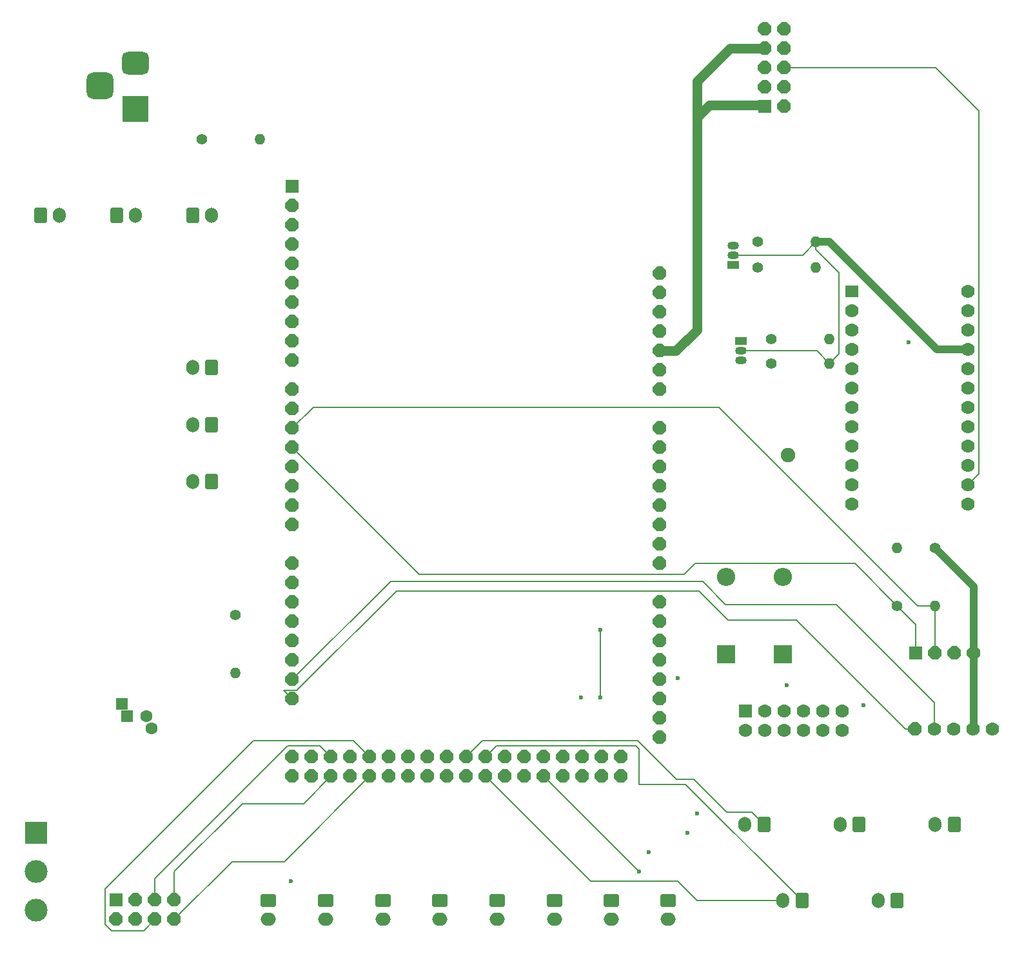
<source format=gbr>
%TF.GenerationSoftware,KiCad,Pcbnew,8.0.6*%
%TF.CreationDate,2025-05-19T18:35:20-06:00*%
%TF.ProjectId,main V5,6d61696e-2056-4352-9e6b-696361645f70,rev?*%
%TF.SameCoordinates,Original*%
%TF.FileFunction,Copper,L4,Bot*%
%TF.FilePolarity,Positive*%
%FSLAX46Y46*%
G04 Gerber Fmt 4.6, Leading zero omitted, Abs format (unit mm)*
G04 Created by KiCad (PCBNEW 8.0.6) date 2025-05-19 18:35:20*
%MOMM*%
%LPD*%
G01*
G04 APERTURE LIST*
G04 Aperture macros list*
%AMRoundRect*
0 Rectangle with rounded corners*
0 $1 Rounding radius*
0 $2 $3 $4 $5 $6 $7 $8 $9 X,Y pos of 4 corners*
0 Add a 4 corners polygon primitive as box body*
4,1,4,$2,$3,$4,$5,$6,$7,$8,$9,$2,$3,0*
0 Add four circle primitives for the rounded corners*
1,1,$1+$1,$2,$3*
1,1,$1+$1,$4,$5*
1,1,$1+$1,$6,$7*
1,1,$1+$1,$8,$9*
0 Add four rect primitives between the rounded corners*
20,1,$1+$1,$2,$3,$4,$5,0*
20,1,$1+$1,$4,$5,$6,$7,0*
20,1,$1+$1,$6,$7,$8,$9,0*
20,1,$1+$1,$8,$9,$2,$3,0*%
%AMOutline5P*
0 Free polygon, 5 corners , with rotation*
0 The origin of the aperture is its center*
0 number of corners: always 5*
0 $1 to $10 corner X, Y*
0 $11 Rotation angle, in degrees counterclockwise*
0 create outline with 5 corners*
4,1,5,$1,$2,$3,$4,$5,$6,$7,$8,$9,$10,$1,$2,$11*%
%AMOutline6P*
0 Free polygon, 6 corners , with rotation*
0 The origin of the aperture is its center*
0 number of corners: always 6*
0 $1 to $12 corner X, Y*
0 $13 Rotation angle, in degrees counterclockwise*
0 create outline with 6 corners*
4,1,6,$1,$2,$3,$4,$5,$6,$7,$8,$9,$10,$11,$12,$1,$2,$13*%
%AMOutline7P*
0 Free polygon, 7 corners , with rotation*
0 The origin of the aperture is its center*
0 number of corners: always 7*
0 $1 to $14 corner X, Y*
0 $15 Rotation angle, in degrees counterclockwise*
0 create outline with 7 corners*
4,1,7,$1,$2,$3,$4,$5,$6,$7,$8,$9,$10,$11,$12,$13,$14,$1,$2,$15*%
%AMOutline8P*
0 Free polygon, 8 corners , with rotation*
0 The origin of the aperture is its center*
0 number of corners: always 8*
0 $1 to $16 corner X, Y*
0 $17 Rotation angle, in degrees counterclockwise*
0 create outline with 8 corners*
4,1,8,$1,$2,$3,$4,$5,$6,$7,$8,$9,$10,$11,$12,$13,$14,$15,$16,$1,$2,$17*%
G04 Aperture macros list end*
%TA.AperFunction,ComponentPad*%
%ADD10C,1.400000*%
%TD*%
%TA.AperFunction,ComponentPad*%
%ADD11O,1.400000X1.400000*%
%TD*%
%TA.AperFunction,ComponentPad*%
%ADD12R,1.778000X1.778000*%
%TD*%
%TA.AperFunction,ComponentPad*%
%ADD13Outline8P,-0.889000X0.368236X-0.368236X0.889000X0.368236X0.889000X0.889000X0.368236X0.889000X-0.368236X0.368236X-0.889000X-0.368236X-0.889000X-0.889000X-0.368236X0.000000*%
%TD*%
%TA.AperFunction,ComponentPad*%
%ADD14R,3.500000X3.500000*%
%TD*%
%TA.AperFunction,ComponentPad*%
%ADD15RoundRect,0.750000X-1.000000X0.750000X-1.000000X-0.750000X1.000000X-0.750000X1.000000X0.750000X0*%
%TD*%
%TA.AperFunction,ComponentPad*%
%ADD16RoundRect,0.875000X-0.875000X0.875000X-0.875000X-0.875000X0.875000X-0.875000X0.875000X0.875000X0*%
%TD*%
%TA.AperFunction,ComponentPad*%
%ADD17RoundRect,0.250000X-0.750000X0.600000X-0.750000X-0.600000X0.750000X-0.600000X0.750000X0.600000X0*%
%TD*%
%TA.AperFunction,ComponentPad*%
%ADD18O,2.000000X1.700000*%
%TD*%
%TA.AperFunction,ComponentPad*%
%ADD19RoundRect,0.250000X-0.600000X-0.750000X0.600000X-0.750000X0.600000X0.750000X-0.600000X0.750000X0*%
%TD*%
%TA.AperFunction,ComponentPad*%
%ADD20O,1.700000X2.000000*%
%TD*%
%TA.AperFunction,ComponentPad*%
%ADD21RoundRect,0.250000X0.600000X0.750000X-0.600000X0.750000X-0.600000X-0.750000X0.600000X-0.750000X0*%
%TD*%
%TA.AperFunction,ComponentPad*%
%ADD22Outline8P,-0.889000X0.368236X-0.368236X0.889000X0.368236X0.889000X0.889000X0.368236X0.889000X-0.368236X0.368236X-0.889000X-0.368236X-0.889000X-0.889000X-0.368236X90.000000*%
%TD*%
%TA.AperFunction,ComponentPad*%
%ADD23R,2.400000X2.400000*%
%TD*%
%TA.AperFunction,ComponentPad*%
%ADD24O,2.400000X2.400000*%
%TD*%
%TA.AperFunction,ComponentPad*%
%ADD25C,1.778000*%
%TD*%
%TA.AperFunction,ComponentPad*%
%ADD26R,1.500000X1.050000*%
%TD*%
%TA.AperFunction,ComponentPad*%
%ADD27O,1.500000X1.050000*%
%TD*%
%TA.AperFunction,ComponentPad*%
%ADD28R,3.000000X3.000000*%
%TD*%
%TA.AperFunction,ComponentPad*%
%ADD29C,3.000000*%
%TD*%
%TA.AperFunction,ComponentPad*%
%ADD30Outline8P,-0.889000X0.368236X-0.368236X0.889000X0.368236X0.889000X0.889000X0.368236X0.889000X-0.368236X0.368236X-0.889000X-0.368236X-0.889000X-0.889000X-0.368236X180.000000*%
%TD*%
%TA.AperFunction,ComponentPad*%
%ADD31C,1.905000*%
%TD*%
%TA.AperFunction,ComponentPad*%
%ADD32R,1.600000X1.600000*%
%TD*%
%TA.AperFunction,ComponentPad*%
%ADD33C,1.600000*%
%TD*%
%TA.AperFunction,ComponentPad*%
%ADD34R,1.778000X1.524000*%
%TD*%
%TA.AperFunction,ViaPad*%
%ADD35C,0.600000*%
%TD*%
%TA.AperFunction,Conductor*%
%ADD36C,1.000000*%
%TD*%
%TA.AperFunction,Conductor*%
%ADD37C,1.016000*%
%TD*%
%TA.AperFunction,Conductor*%
%ADD38C,0.635000*%
%TD*%
%TA.AperFunction,Conductor*%
%ADD39C,1.270000*%
%TD*%
%TA.AperFunction,Conductor*%
%ADD40C,0.200000*%
%TD*%
G04 APERTURE END LIST*
D10*
%TO.P,R7,1*%
%TO.N,/RX_OUT*%
X164200000Y-71000000D03*
D11*
%TO.P,R7,2*%
%TO.N,+3.3V*%
X171820000Y-71000000D03*
%TD*%
D12*
%TO.P,U$2,CLK,CLK*%
%TO.N,Net-(R2-Pad1)*%
X184960000Y-125000000D03*
D13*
%TO.P,U$2,DIO,DIO*%
%TO.N,Net-(R3-Pad2)*%
X187500000Y-125000000D03*
%TO.P,U$2,GND,GND*%
%TO.N,GND*%
X190040000Y-125000000D03*
%TO.P,U$2,VCC,VCC*%
%TO.N,/5V*%
X192580000Y-125000000D03*
%TD*%
D10*
%TO.P,Neopixel Resistor1,1,1*%
%TO.N,Net-(JP7-B)*%
X95600000Y-119990000D03*
D11*
%TO.P,Neopixel Resistor1,2,2*%
%TO.N,Net-(JP7-A)*%
X95600000Y-127610000D03*
%TD*%
D14*
%TO.P,J1,1,1*%
%TO.N,/RAW_IN*%
X82500000Y-53500000D03*
D15*
%TO.P,J1,2,2*%
%TO.N,GND*%
X82500000Y-47500000D03*
D16*
%TO.P,J1,3,3*%
X77800000Y-50500000D03*
%TD*%
D17*
%TO.P,SW6,1,S*%
%TO.N,Net-(SW6A-S)*%
X137500000Y-157500000D03*
D18*
%TO.P,SW6,2,S*%
%TO.N,GND*%
X137500000Y-160000000D03*
%TD*%
D17*
%TO.P,SW4,1,S*%
%TO.N,Net-(SW4A-S)*%
X122450000Y-157500000D03*
D18*
%TO.P,SW4,2,S*%
%TO.N,GND*%
X122450000Y-160000000D03*
%TD*%
D17*
%TO.P,SW1,1,S*%
%TO.N,Net-(SW1A-S)*%
X99950000Y-157500000D03*
D18*
%TO.P,SW1,2,S*%
%TO.N,GND*%
X99950000Y-160000000D03*
%TD*%
D10*
%TO.P,R2,1,1*%
%TO.N,Net-(R2-Pad1)*%
X182500000Y-118810000D03*
D11*
%TO.P,R2,2,2*%
%TO.N,/5V*%
X182500000Y-111190000D03*
%TD*%
D19*
%TO.P,POWER_LED0,1,S*%
%TO.N,/5V*%
X90000000Y-67500000D03*
D20*
%TO.P,POWER_LED0,2,S*%
%TO.N,Net-(POWER_LED0B-S)*%
X92500000Y-67500000D03*
%TD*%
D10*
%TO.P,R6,1*%
%TO.N,/RX_5V*%
X164190000Y-74400000D03*
D11*
%TO.P,R6,2*%
%TO.N,/5V*%
X171810000Y-74400000D03*
%TD*%
D21*
%TO.P,JACK_CON3,1,S*%
%TO.N,Net-(JACK_CON3A-S)*%
X177500000Y-147500000D03*
D20*
%TO.P,JACK_CON3,2,S*%
%TO.N,Net-(JACK_CON3B-S)*%
X175000000Y-147500000D03*
%TD*%
D21*
%TO.P,JACK_CON1,1,S*%
%TO.N,Net-(JACK_CON1A-S)*%
X165000000Y-147500000D03*
D20*
%TO.P,JACK_CON1,2,S*%
%TO.N,Net-(JACK_CON1B-S)*%
X162500000Y-147500000D03*
%TD*%
D21*
%TO.P,SECTION_2_BUTTON0,1,KL*%
%TO.N,Net-(SECTION_2_BUTTON0A-KL)*%
X92500000Y-95000000D03*
D20*
%TO.P,SECTION_2_BUTTON0,2,KL*%
%TO.N,GND*%
X90000000Y-95000000D03*
%TD*%
D17*
%TO.P,SW5,1,S*%
%TO.N,Net-(SW5A-S)*%
X129950000Y-157500000D03*
D18*
%TO.P,SW5,2,S*%
%TO.N,GND*%
X129950000Y-160000000D03*
%TD*%
D19*
%TO.P,RESET0,1,S*%
%TO.N,/RESET*%
X80000000Y-67500000D03*
D20*
%TO.P,RESET0,2,S*%
%TO.N,GND*%
X82500000Y-67500000D03*
%TD*%
D10*
%TO.P,R4,1*%
%TO.N,/TX_5V*%
X165990000Y-83800000D03*
D11*
%TO.P,R4,2*%
%TO.N,/5V*%
X173610000Y-83800000D03*
%TD*%
D19*
%TO.P,PWR_IN0,1,S*%
%TO.N,/RAW_IN*%
X70000000Y-67500000D03*
D20*
%TO.P,PWR_IN0,2,S*%
%TO.N,/5V*%
X72500000Y-67500000D03*
%TD*%
D22*
%TO.P,11,3V3,3V3*%
%TO.N,unconnected-(11-Pad3V3)*%
X167670000Y-43053000D03*
%TO.P,11,5V,5V*%
%TO.N,+3.3V*%
X165130000Y-43053000D03*
D12*
%TO.P,11,GND@1,GND*%
%TO.N,GND*%
X165130000Y-53213000D03*
D22*
%TO.P,11,GND@2,GND*%
X165130000Y-45593000D03*
%TO.P,11,INT,INT*%
%TO.N,unconnected-(11-PadINT)*%
X165130000Y-50673000D03*
%TO.P,11,MISO,MISO*%
%TO.N,Net-(U1-12)*%
X167670000Y-45593000D03*
%TO.P,11,MOSI,MOSI*%
%TO.N,Net-(U1-11)*%
X167670000Y-48133000D03*
%TO.P,11,RST,RST*%
%TO.N,/RESET*%
X165130000Y-48133000D03*
%TO.P,11,SCLK,SCLK*%
%TO.N,Net-(U1-13)*%
X167670000Y-53213000D03*
%TO.P,11,SCS,SCS*%
%TO.N,Net-(U1-10)*%
X167670000Y-50673000D03*
%TD*%
D23*
%TO.P,D2,1,K*%
%TO.N,Net-(D2-K)*%
X160000000Y-125160000D03*
D24*
%TO.P,D2,2,A*%
%TO.N,/3V3*%
X160000000Y-115000000D03*
%TD*%
D17*
%TO.P,SW3,1,S*%
%TO.N,Net-(SW3A-S)*%
X114950000Y-157500000D03*
D18*
%TO.P,SW3,2,S*%
%TO.N,GND*%
X114950000Y-160000000D03*
%TD*%
D21*
%TO.P,JACK_CON5,1,S*%
%TO.N,Net-(JACK_CON5A-S)*%
X190000000Y-147500000D03*
D20*
%TO.P,JACK_CON5,2,S*%
%TO.N,Net-(JACK_CON5B-S)*%
X187500000Y-147500000D03*
%TD*%
D17*
%TO.P,SW2,1,S*%
%TO.N,Net-(SW2A-S)*%
X107450000Y-157500000D03*
D18*
%TO.P,SW2,2,S*%
%TO.N,GND*%
X107450000Y-160000000D03*
%TD*%
D12*
%TO.P,C1,3V3,3V3*%
%TO.N,Net-(D2-K)*%
X162560000Y-132588000D03*
D25*
%TO.P,C1,5V,5V*%
%TO.N,Net-(D1-K)*%
X165100000Y-132588000D03*
%TO.P,C1,GND,GND*%
%TO.N,GND*%
X167640000Y-132588000D03*
%TO.P,C1,MISO,MISO*%
%TO.N,/MISO*%
X172720000Y-135128000D03*
%TO.P,C1,MOSI,MOSI*%
%TO.N,/MOSI*%
X172720000Y-132588000D03*
%TO.P,C1,RST,Reset*%
%TO.N,/RESET*%
X175260000Y-132588000D03*
%TO.P,C1,SCK,SCK*%
%TO.N,/SCK*%
X170180000Y-132588000D03*
%TO.P,C1,SD_CS,SD_CS*%
%TO.N,/D48*%
X170180000Y-135128000D03*
%TO.P,C1,SPKR,SPKR*%
%TO.N,/D2*%
X162560000Y-135128000D03*
%TO.P,C1,TFT_CS,TFT_CS*%
%TO.N,/D53*%
X167640000Y-135128000D03*
%TO.P,C1,TFT_DC,TFT_DC*%
%TO.N,Net-(C1-PadTFT_DC)*%
X165100000Y-135128000D03*
%TO.P,C1,T_CS,Touch_CS*%
%TO.N,/Touch_CS*%
X175260000Y-135128000D03*
%TD*%
D10*
%TO.P,R1,1,1*%
%TO.N,Net-(POWER_LED0B-S)*%
X91190000Y-57500000D03*
D11*
%TO.P,R1,2,2*%
%TO.N,GND*%
X98810000Y-57500000D03*
%TD*%
D17*
%TO.P,SW8,1,S*%
%TO.N,Net-(SW8A-S)*%
X152450000Y-157500000D03*
D18*
%TO.P,SW8,2,S*%
%TO.N,GND*%
X152450000Y-160000000D03*
%TD*%
D12*
%TO.P,U$4,P1,P1*%
%TO.N,Net-(U$1-PadD22)*%
X79960000Y-157460000D03*
D13*
%TO.P,U$4,P2,P2*%
%TO.N,Net-(U$1-PadD23)*%
X82500000Y-157460000D03*
%TO.P,U$4,P3,P3*%
%TO.N,Net-(U$1-PadD24)*%
X85040000Y-157460000D03*
%TO.P,U$4,P4,P4*%
%TO.N,Net-(U$1-PadD25)*%
X87580000Y-157460000D03*
%TO.P,U$4,PA,PA*%
%TO.N,Net-(U$1-PadD26)*%
X79960000Y-160000000D03*
%TO.P,U$4,PB,PB*%
%TO.N,Net-(U$1-PadD27)*%
X82500000Y-160000000D03*
%TO.P,U$4,PC,PC*%
%TO.N,Net-(U$1-PadD28)*%
X85040000Y-160000000D03*
%TO.P,U$4,PD,PD*%
%TO.N,/D29*%
X87580000Y-160000000D03*
%TD*%
D26*
%TO.P,Q2,1,D*%
%TO.N,/RX_5V*%
X161000000Y-74000000D03*
D27*
%TO.P,Q2,2,G*%
%TO.N,+3.3V*%
X161000000Y-72730000D03*
%TO.P,Q2,3,S*%
%TO.N,/RX_OUT*%
X161000000Y-71460000D03*
%TD*%
D17*
%TO.P,SW7,1,S*%
%TO.N,Net-(SW7A-S)*%
X144950000Y-157500000D03*
D18*
%TO.P,SW7,2,S*%
%TO.N,GND*%
X144950000Y-160000000D03*
%TD*%
D28*
%TO.P,X1,1,KL*%
%TO.N,/5V*%
X69400000Y-148590000D03*
D29*
%TO.P,X1,2,KL*%
%TO.N,Net-(JP7-A)*%
X69400000Y-153670000D03*
%TO.P,X1,3,KL*%
%TO.N,GND*%
X69400000Y-158750000D03*
%TD*%
D30*
%TO.P,U$1,3V3,3V3*%
%TO.N,/3V3*%
X151328500Y-80210000D03*
%TO.P,U$1,5V@1,5V*%
%TO.N,Net-(U$1-5V-Pad5V@1)*%
X151328500Y-82750000D03*
%TO.P,U$1,5V@2,5V*%
X103068500Y-138630000D03*
%TO.P,U$1,5V@3,5V*%
X103068500Y-141170000D03*
%TO.P,U$1,A0,A0*%
%TO.N,unconnected-(U$1-PadA0)*%
X151328500Y-95450000D03*
%TO.P,U$1,A1,A1*%
%TO.N,/Touch_CS*%
X151328500Y-97990000D03*
%TO.P,U$1,A2,A2*%
%TO.N,Net-(U2-T_IRQ)*%
X151328500Y-100530000D03*
%TO.P,U$1,A3,A3*%
%TO.N,unconnected-(U$1-PadA3)*%
X151328500Y-103070000D03*
%TO.P,U$1,A4,A4*%
%TO.N,unconnected-(U$1-PadA4)*%
X151328500Y-105610000D03*
%TO.P,U$1,A5,A5*%
%TO.N,unconnected-(U$1-PadA5)*%
X151328500Y-108150000D03*
%TO.P,U$1,A6,A6*%
%TO.N,unconnected-(U$1-PadA6)*%
X151328500Y-110690000D03*
%TO.P,U$1,A7,A7*%
%TO.N,unconnected-(U$1-PadA7)*%
X151328500Y-113230000D03*
%TO.P,U$1,A8,A8*%
%TO.N,unconnected-(U$1-PadA8)*%
X151328500Y-118310000D03*
%TO.P,U$1,A9,A9*%
%TO.N,unconnected-(U$1-PadA9)*%
X151328500Y-120850000D03*
%TO.P,U$1,A10,A10*%
%TO.N,unconnected-(U$1-PadA10)*%
X151328500Y-123390000D03*
%TO.P,U$1,A11,A11*%
%TO.N,unconnected-(U$1-PadA11)*%
X151328500Y-125930000D03*
%TO.P,U$1,A12,A12*%
%TO.N,unconnected-(U$1-PadA12)*%
X151328500Y-128470000D03*
%TO.P,U$1,A13,A13*%
%TO.N,unconnected-(U$1-PadA13)*%
X151328500Y-131010000D03*
%TO.P,U$1,A14,A14*%
%TO.N,unconnected-(U$1-PadA14)*%
X151328500Y-133550000D03*
%TO.P,U$1,A15,A15*%
%TO.N,unconnected-(U$1-PadA15)*%
X151328500Y-136090000D03*
%TO.P,U$1,AREF,AREF*%
%TO.N,unconnected-(U$1-PadAREF)*%
X103068500Y-68780000D03*
%TO.P,U$1,D0,D0*%
%TO.N,/RX_5V*%
X103068500Y-108150000D03*
%TO.P,U$1,D1,D1*%
%TO.N,/TX_5V*%
X103068500Y-105610000D03*
%TO.P,U$1,D2,D2*%
%TO.N,/D2*%
X103068500Y-103070000D03*
%TO.P,U$1,D3,D3*%
%TO.N,unconnected-(U$1-PadD3)*%
X103068500Y-100530000D03*
%TO.P,U$1,D4,D4*%
%TO.N,Net-(R2-Pad1)*%
X103068500Y-97990000D03*
%TO.P,U$1,D5,D5*%
%TO.N,Net-(R3-Pad2)*%
X103068500Y-95450000D03*
%TO.P,U$1,D6,D6*%
%TO.N,unconnected-(U$1-PadD6)*%
X103068500Y-92910000D03*
%TO.P,U$1,D7,D7*%
%TO.N,unconnected-(U$1-PadD7)*%
X103068500Y-90370000D03*
%TO.P,U$1,D8,D8*%
%TO.N,Net-(JP7-B)*%
X103068500Y-86560000D03*
%TO.P,U$1,D9,D9*%
%TO.N,Net-(SECTION_1_BUTTON0A-KL)*%
X103068500Y-84020000D03*
%TO.P,U$1,D10,D10*%
%TO.N,Net-(SECTION_2_BUTTON0A-KL)*%
X103068500Y-81480000D03*
%TO.P,U$1,D11,D11*%
%TO.N,Net-(SECTION_3_BUTTON0A-KL)*%
X103068500Y-78940000D03*
%TO.P,U$1,D12,D12*%
%TO.N,unconnected-(U$1-PadD12)*%
X103068500Y-76400000D03*
%TO.P,U$1,D13,D13*%
%TO.N,unconnected-(U$1-PadD13)*%
X103068500Y-73860000D03*
%TO.P,U$1,D14,D14*%
%TO.N,unconnected-(U$1-PadD14)*%
X103068500Y-113230000D03*
%TO.P,U$1,D15,D15*%
%TO.N,unconnected-(U$1-PadD15)*%
X103068500Y-115770000D03*
%TO.P,U$1,D16,D16*%
%TO.N,unconnected-(U$1-PadD16)*%
X103068500Y-118310000D03*
%TO.P,U$1,D17,D17*%
%TO.N,unconnected-(U$1-PadD17)*%
X103068500Y-120850000D03*
%TO.P,U$1,D18,D18*%
%TO.N,unconnected-(U$1-PadD18)*%
X103068500Y-123390000D03*
%TO.P,U$1,D19,D19*%
%TO.N,unconnected-(U$1-PadD19)*%
X103068500Y-125930000D03*
%TO.P,U$1,D20,D20*%
%TO.N,Net-(U$1-PadD20)*%
X103068500Y-128470000D03*
%TO.P,U$1,D21,D21*%
%TO.N,/D21*%
X103068500Y-131010000D03*
%TO.P,U$1,D22,D22*%
%TO.N,Net-(U$1-PadD22)*%
X105608500Y-138630000D03*
%TO.P,U$1,D23,D23*%
%TO.N,Net-(U$1-PadD23)*%
X105608500Y-141170000D03*
%TO.P,U$1,D24,D24*%
%TO.N,Net-(U$1-PadD24)*%
X108148500Y-138630000D03*
%TO.P,U$1,D25,D25*%
%TO.N,Net-(U$1-PadD25)*%
X108148500Y-141170000D03*
%TO.P,U$1,D26,D26*%
%TO.N,Net-(U$1-PadD26)*%
X110688500Y-138630000D03*
%TO.P,U$1,D27,D27*%
%TO.N,Net-(U$1-PadD27)*%
X110688500Y-141170000D03*
%TO.P,U$1,D28,D28*%
%TO.N,Net-(U$1-PadD28)*%
X113228500Y-138630000D03*
%TO.P,U$1,D29,D29*%
%TO.N,/D29*%
X113228500Y-141170000D03*
%TO.P,U$1,D30,D30*%
%TO.N,Net-(SW1A-S)*%
X115768500Y-138630000D03*
%TO.P,U$1,D31,D31*%
%TO.N,Net-(SW2A-S)*%
X115768500Y-141170000D03*
%TO.P,U$1,D32,D32*%
%TO.N,Net-(SW3A-S)*%
X118308500Y-138630000D03*
%TO.P,U$1,D33,D33*%
%TO.N,Net-(SW4A-S)*%
X118308500Y-141170000D03*
%TO.P,U$1,D34,D34*%
%TO.N,Net-(SW5A-S)*%
X120848500Y-138630000D03*
%TO.P,U$1,D35,D35*%
%TO.N,Net-(SW6A-S)*%
X120848500Y-141170000D03*
%TO.P,U$1,D36,D36*%
%TO.N,Net-(SW7A-S)*%
X123388500Y-138630000D03*
%TO.P,U$1,D37,D37*%
%TO.N,Net-(SW8A-S)*%
X123388500Y-141170000D03*
%TO.P,U$1,D38,D38*%
%TO.N,Net-(JACK_CON1A-S)*%
X125928500Y-138630000D03*
%TO.P,U$1,D39,D39*%
%TO.N,Net-(JACK_CON1B-S)*%
X125928500Y-141170000D03*
%TO.P,U$1,D40,D40*%
%TO.N,Net-(JACK_CON2A-S)*%
X128468500Y-138630000D03*
%TO.P,U$1,D41,D41*%
%TO.N,Net-(JACK_CON2B-S)*%
X128468500Y-141170000D03*
%TO.P,U$1,D42,D42*%
%TO.N,Net-(JACK_CON3A-S)*%
X131008500Y-138630000D03*
%TO.P,U$1,D43,D43*%
%TO.N,Net-(JACK_CON3B-S)*%
X131008500Y-141170000D03*
%TO.P,U$1,D44,D44*%
%TO.N,Net-(JACK_CON4A-S)*%
X133548500Y-138630000D03*
%TO.P,U$1,D45,D45*%
%TO.N,Net-(JACK_CON4B-S)*%
X133548500Y-141170000D03*
%TO.P,U$1,D46,D46*%
%TO.N,Net-(JACK_CON5A-S)*%
X136088500Y-138630000D03*
%TO.P,U$1,D47,D47*%
%TO.N,Net-(JACK_CON5B-S)*%
X136088500Y-141170000D03*
%TO.P,U$1,D48,D48*%
%TO.N,/D48*%
X138628500Y-138630000D03*
%TO.P,U$1,D49,D49*%
%TO.N,Net-(C1-PadTFT_DC)*%
X138628500Y-141170000D03*
%TO.P,U$1,D50,D50*%
%TO.N,/MISO*%
X141168500Y-138630000D03*
%TO.P,U$1,D51,D51*%
%TO.N,/MOSI*%
X141168500Y-141170000D03*
%TO.P,U$1,D52,D52*%
%TO.N,/SCK*%
X143708500Y-138630000D03*
%TO.P,U$1,D53,D53*%
%TO.N,/D53*%
X143708500Y-141170000D03*
%TO.P,U$1,GND@1,GND*%
%TO.N,GND*%
X103068500Y-71320000D03*
%TO.P,U$1,GND@2,GND*%
X151328500Y-87830000D03*
%TO.P,U$1,GND@3,GND*%
X151328500Y-85290000D03*
%TO.P,U$1,GND@4,GND*%
X146248500Y-138630000D03*
%TO.P,U$1,GND@5,GND*%
X146248500Y-141170000D03*
%TO.P,U$1,IOREF,IOREF*%
%TO.N,unconnected-(U$1-PadIOREF)*%
X151328500Y-75130000D03*
%TO.P,U$1,RESET,RESET*%
%TO.N,/RESET*%
X151328500Y-77670000D03*
D12*
%TO.P,U$1,SCL,SCL*%
%TO.N,unconnected-(U$1-PadSCL)*%
X103068500Y-63700000D03*
D30*
%TO.P,U$1,SDA,SDA*%
%TO.N,unconnected-(U$1-PadSDA)*%
X103068500Y-66240000D03*
%TO.P,U$1,VIN,VIN*%
%TO.N,/5V*%
X151328500Y-90370000D03*
%TD*%
D31*
%TO.P,U2,1,T_IRQ*%
%TO.N,Net-(U2-T_IRQ)*%
X168200000Y-99000000D03*
%TD*%
D21*
%TO.P,JACK_CON2,1,S*%
%TO.N,Net-(JACK_CON2A-S)*%
X170000000Y-157500000D03*
D20*
%TO.P,JACK_CON2,2,S*%
%TO.N,Net-(JACK_CON2B-S)*%
X167500000Y-157500000D03*
%TD*%
D32*
%TO.P,C2,1*%
%TO.N,/5V*%
X80740126Y-131674000D03*
X81411063Y-133274000D03*
D33*
%TO.P,C2,2*%
%TO.N,GND*%
X83911063Y-133274000D03*
X84582000Y-134874000D03*
%TD*%
D21*
%TO.P,SECTION_1_BUTTON0,1,KL*%
%TO.N,Net-(SECTION_1_BUTTON0A-KL)*%
X92500000Y-102500000D03*
D20*
%TO.P,SECTION_1_BUTTON0,2,KL*%
%TO.N,GND*%
X90000000Y-102500000D03*
%TD*%
D34*
%TO.P,U1,0,TXD*%
%TO.N,/RX_OUT*%
X176530000Y-77470000D03*
D25*
%TO.P,U1,1,RXI*%
%TO.N,/TX_OUT*%
X176530000Y-80010000D03*
%TO.P,U1,2,GND/RST*%
%TO.N,unconnected-(U1-GND{slash}RST-Pad2)*%
X176530000Y-82550000D03*
%TO.P,U1,3,GND*%
%TO.N,unconnected-(U1-GND-Pad3)*%
X176530000Y-85090000D03*
%TO.P,U1,4,2*%
%TO.N,unconnected-(U1-2-Pad4)*%
X176530000Y-87630000D03*
%TO.P,U1,5,3*%
%TO.N,unconnected-(U1-3-Pad5)*%
X176530000Y-90170000D03*
%TO.P,U1,6,4*%
%TO.N,unconnected-(U1-4-Pad6)*%
X176530000Y-92710000D03*
%TO.P,U1,7,5*%
%TO.N,unconnected-(U1-5-Pad7)*%
X176530000Y-95250000D03*
%TO.P,U1,8,6*%
%TO.N,unconnected-(U1-6-Pad8)*%
X176530000Y-97790000D03*
%TO.P,U1,9,7*%
%TO.N,unconnected-(U1-7-Pad9)*%
X176530000Y-100330000D03*
%TO.P,U1,10,8*%
%TO.N,unconnected-(U1-8-Pad10)*%
X176530000Y-102870000D03*
%TO.P,U1,11,9*%
%TO.N,unconnected-(U1-9-Pad11)*%
X176530000Y-105410000D03*
%TO.P,U1,12,10*%
%TO.N,Net-(U1-10)*%
X191770000Y-105410000D03*
%TO.P,U1,13,11*%
%TO.N,Net-(U1-11)*%
X191770000Y-102870000D03*
%TO.P,U1,14,12*%
%TO.N,Net-(U1-12)*%
X191770000Y-100330000D03*
%TO.P,U1,15,13*%
%TO.N,Net-(U1-13)*%
X191770000Y-97790000D03*
%TO.P,U1,16,A0*%
%TO.N,unconnected-(U1-A0-Pad16)*%
X191770000Y-95250000D03*
%TO.P,U1,17,A1*%
%TO.N,unconnected-(U1-A1-Pad17)*%
X191770000Y-92710000D03*
%TO.P,U1,18,A2*%
%TO.N,unconnected-(U1-A2-Pad18)*%
X191770000Y-90170000D03*
%TO.P,U1,19,A3*%
%TO.N,unconnected-(U1-A3-Pad19)*%
X191770000Y-87630000D03*
%TO.P,U1,20,VCC*%
%TO.N,+3.3V*%
X191770000Y-85090000D03*
%TO.P,U1,21,RST*%
%TO.N,/RESET*%
X191770000Y-82550000D03*
%TO.P,U1,22,GND*%
%TO.N,GND*%
X191770000Y-80010000D03*
%TO.P,U1,23,RAW*%
%TO.N,Net-(JP4-B)*%
X191770000Y-77470000D03*
%TD*%
D21*
%TO.P,JACK_CON4,1,S*%
%TO.N,Net-(JACK_CON4A-S)*%
X182500000Y-157500000D03*
D20*
%TO.P,JACK_CON4,2,S*%
%TO.N,Net-(JACK_CON4B-S)*%
X180000000Y-157500000D03*
%TD*%
D10*
%TO.P,R3,1,1*%
%TO.N,/5V*%
X187500000Y-111190000D03*
D11*
%TO.P,R3,2,2*%
%TO.N,Net-(R3-Pad2)*%
X187500000Y-118810000D03*
%TD*%
D26*
%TO.P,Q1,1,D*%
%TO.N,/TX_5V*%
X162000000Y-84050000D03*
D27*
%TO.P,Q1,2,G*%
%TO.N,+3.3V*%
X162000000Y-85320000D03*
%TO.P,Q1,3,S*%
%TO.N,/TX_OUT*%
X162000000Y-86590000D03*
%TD*%
D25*
%TO.P,U$5,+,+*%
%TO.N,/5V*%
X192500000Y-135000000D03*
D13*
%TO.P,U$5,CLK,CLK*%
%TO.N,/D21*%
X184880000Y-135000000D03*
D25*
%TO.P,U$5,DT,DT*%
%TO.N,Net-(U$1-PadD20)*%
X187420000Y-135000000D03*
%TO.P,U$5,GND,GND*%
%TO.N,GND*%
X195040000Y-135000000D03*
%TO.P,U$5,SW,SW*%
%TO.N,unconnected-(U$5-PadSW)*%
X189960000Y-135000000D03*
%TD*%
D21*
%TO.P,SECTION_3_BUTTON0,1,KL*%
%TO.N,Net-(SECTION_3_BUTTON0A-KL)*%
X92500000Y-87500000D03*
D20*
%TO.P,SECTION_3_BUTTON0,2,KL*%
%TO.N,GND*%
X90000000Y-87500000D03*
%TD*%
D10*
%TO.P,R5,1*%
%TO.N,/TX_OUT*%
X165990000Y-86950000D03*
D11*
%TO.P,R5,2*%
%TO.N,+3.3V*%
X173610000Y-86950000D03*
%TD*%
D23*
%TO.P,D1,1,K*%
%TO.N,Net-(D1-K)*%
X167500000Y-125160000D03*
D24*
%TO.P,D1,2,A*%
%TO.N,/5V*%
X167500000Y-115000000D03*
%TD*%
D35*
%TO.N,/5V*%
X184000000Y-84200000D03*
%TO.N,Net-(JACK_CON5B-S)*%
X148590000Y-153670000D03*
%TO.N,/SCK*%
X143510000Y-121920000D03*
X168000000Y-129200000D03*
X143510000Y-130810000D03*
%TO.N,/MOSI*%
X178054000Y-131826000D03*
X154940000Y-148590000D03*
%TO.N,/D48*%
X153670000Y-128270000D03*
%TO.N,Net-(U$1-5V-Pad5V@1)*%
X102870000Y-154940000D03*
%TO.N,/D53*%
X156210000Y-146050000D03*
%TO.N,/MISO*%
X140970000Y-130810000D03*
%TO.N,Net-(C1-PadTFT_DC)*%
X149860000Y-151130000D03*
%TD*%
D36*
%TO.N,+3.3V*%
X187690000Y-85090000D02*
X191770000Y-85090000D01*
X173600000Y-71000000D02*
X187690000Y-85090000D01*
X171820000Y-71000000D02*
X173600000Y-71000000D01*
D37*
%TO.N,/5V*%
X188015000Y-111705000D02*
X192580000Y-116270000D01*
X192580000Y-116270000D02*
X192580000Y-125000000D01*
X187500000Y-111190000D02*
X188015000Y-111705000D01*
D38*
X192580000Y-134920000D02*
X192500000Y-135000000D01*
D37*
X192580000Y-125000000D02*
X192580000Y-134920000D01*
D39*
%TO.N,GND*%
X156210000Y-82550000D02*
X156210000Y-54610000D01*
X157820000Y-53000000D02*
X164917000Y-53000000D01*
X164917000Y-53000000D02*
X165130000Y-53213000D01*
D40*
X151328500Y-85290000D02*
X151130000Y-85091500D01*
D39*
X156210000Y-49911000D02*
X160528000Y-45593000D01*
X153470000Y-85290000D02*
X156210000Y-82550000D01*
X156210000Y-54610000D02*
X156210000Y-49911000D01*
X151328500Y-85290000D02*
X153470000Y-85290000D01*
D40*
X151130000Y-85091500D02*
X151130000Y-85090000D01*
D39*
X160528000Y-45593000D02*
X165130000Y-45593000D01*
X156210000Y-54610000D02*
X157820000Y-53000000D01*
D40*
%TO.N,Net-(JACK_CON1A-S)*%
X148430341Y-136526600D02*
X128031900Y-136526600D01*
X165000000Y-147500000D02*
X163442800Y-145942800D01*
X155767200Y-141582800D02*
X153486541Y-141582800D01*
X128031900Y-136526600D02*
X125928500Y-138630000D01*
X153486541Y-141582800D02*
X148430341Y-136526600D01*
X160127200Y-145942800D02*
X155767200Y-141582800D01*
X163442800Y-145942800D02*
X160127200Y-145942800D01*
%TO.N,Net-(JACK_CON1B-S)*%
X125928500Y-141170000D02*
X125730000Y-140971500D01*
X125730000Y-140970000D02*
X125730000Y-140971500D01*
%TO.N,Net-(JACK_CON2B-S)*%
X129916200Y-142616200D02*
X142240000Y-154940000D01*
X156210000Y-157480000D02*
X157480000Y-157480000D01*
X142240000Y-154940000D02*
X153670000Y-154940000D01*
X129914700Y-142616200D02*
X129916200Y-142616200D01*
X128468500Y-141170000D02*
X129914700Y-142616200D01*
X153670000Y-154940000D02*
X156210000Y-157480000D01*
X157480000Y-157480000D02*
X157500000Y-157500000D01*
X157500000Y-157500000D02*
X167500000Y-157500000D01*
%TO.N,Net-(JACK_CON2A-S)*%
X148590000Y-142240000D02*
X148590000Y-137615681D01*
X148158119Y-137183800D02*
X129914700Y-137183800D01*
X129914700Y-137183800D02*
X128468500Y-138630000D01*
X170000000Y-157500000D02*
X154740000Y-142240000D01*
X148590000Y-137615681D02*
X148158119Y-137183800D01*
X154740000Y-142240000D02*
X148590000Y-142240000D01*
%TO.N,Net-(JACK_CON5B-S)*%
X148590000Y-153670000D02*
X148588500Y-153670000D01*
X148588500Y-153670000D02*
X136088500Y-141170000D01*
%TO.N,Net-(JACK_CON5A-S)*%
X190000000Y-147500000D02*
X190320000Y-147500000D01*
X190320000Y-147500000D02*
X190500000Y-147320000D01*
%TO.N,Net-(R2-Pad1)*%
X119754700Y-114676200D02*
X154563800Y-114676200D01*
X176932800Y-113242800D02*
X182500000Y-118810000D01*
X184960000Y-121270000D02*
X184960000Y-125000000D01*
X103068500Y-97990000D02*
X119754700Y-114676200D01*
X154563800Y-114676200D02*
X155997200Y-113242800D01*
X155997200Y-113242800D02*
X176932800Y-113242800D01*
X182500000Y-118810000D02*
X184960000Y-121270000D01*
%TO.N,Net-(R3-Pad2)*%
X187500000Y-118810000D02*
X187500000Y-125000000D01*
X159110000Y-92710000D02*
X185210000Y-118810000D01*
X185210000Y-118810000D02*
X187500000Y-118810000D01*
X103068500Y-95450000D02*
X105808500Y-92710000D01*
X105808500Y-92710000D02*
X159110000Y-92710000D01*
%TO.N,/SCK*%
X143510000Y-130810000D02*
X143510000Y-121920000D01*
%TO.N,/D21*%
X103068500Y-131010000D02*
X101974700Y-129916200D01*
X156440000Y-116840000D02*
X160250000Y-120650000D01*
X183600000Y-135000000D02*
X184880000Y-135000000D01*
X169250000Y-120650000D02*
X183600000Y-135000000D01*
X103667536Y-129916200D02*
X116743736Y-116840000D01*
X101974700Y-129916200D02*
X103667536Y-129916200D01*
X160250000Y-120650000D02*
X169250000Y-120650000D01*
X116743736Y-116840000D02*
X156440000Y-116840000D01*
%TO.N,Net-(U$1-PadD25)*%
X87580000Y-157460000D02*
X87580000Y-153720000D01*
X87580000Y-153720000D02*
X96520000Y-144780000D01*
X104538500Y-144780000D02*
X108148500Y-141170000D01*
X96520000Y-144780000D02*
X104538500Y-144780000D01*
%TO.N,/D29*%
X95180000Y-152400000D02*
X101998500Y-152400000D01*
X101998500Y-152400000D02*
X113228500Y-141170000D01*
X87580000Y-160000000D02*
X95180000Y-152400000D01*
%TO.N,Net-(U$1-PadD20)*%
X159974943Y-118600000D02*
X174480000Y-118600000D01*
X156944943Y-115570000D02*
X159974943Y-118600000D01*
X187420000Y-131540000D02*
X187420000Y-135000000D01*
X103068500Y-128470000D02*
X115968500Y-115570000D01*
X174480000Y-118600000D02*
X187420000Y-131540000D01*
X115968500Y-115570000D02*
X156944943Y-115570000D01*
%TO.N,Net-(U$1-PadD28)*%
X98001000Y-136526600D02*
X111125100Y-136526600D01*
X111125100Y-136526600D02*
X113228500Y-138630000D01*
X83593800Y-161446200D02*
X79360964Y-161446200D01*
X78513800Y-156013800D02*
X98001000Y-136526600D01*
X78513800Y-160599036D02*
X78513800Y-156013800D01*
X79360964Y-161446200D02*
X78513800Y-160599036D01*
X85040000Y-160000000D02*
X83593800Y-161446200D01*
%TO.N,Net-(U$1-PadD26)*%
X79990000Y-160000000D02*
X80010000Y-160020000D01*
X79990000Y-160000000D02*
X79960000Y-160000000D01*
%TO.N,Net-(U$1-PadD24)*%
X85040000Y-157460000D02*
X85040000Y-154613264D01*
X106702300Y-137183800D02*
X108148500Y-138630000D01*
X85040000Y-154613264D02*
X102469464Y-137183800D01*
X102469464Y-137183800D02*
X106702300Y-137183800D01*
%TO.N,Net-(U1-11)*%
X191770000Y-102870000D02*
X193216200Y-101423800D01*
X187533000Y-48133000D02*
X167670000Y-48133000D01*
X193216200Y-53816200D02*
X187533000Y-48133000D01*
X193216200Y-101423800D02*
X193216200Y-53816200D01*
%TO.N,+3.3V*%
X173610000Y-86950000D02*
X174867200Y-85692800D01*
D39*
X164877000Y-42800000D02*
X165130000Y-43053000D01*
D40*
X171820000Y-72020000D02*
X171820000Y-71000000D01*
X174867200Y-85692800D02*
X174867200Y-75067200D01*
X171820000Y-71000000D02*
X170090000Y-72730000D01*
X173610000Y-86950000D02*
X171980000Y-85320000D01*
X170090000Y-72730000D02*
X161000000Y-72730000D01*
X174867200Y-75067200D02*
X171820000Y-72020000D01*
X171980000Y-85320000D02*
X162000000Y-85320000D01*
%TD*%
M02*

</source>
